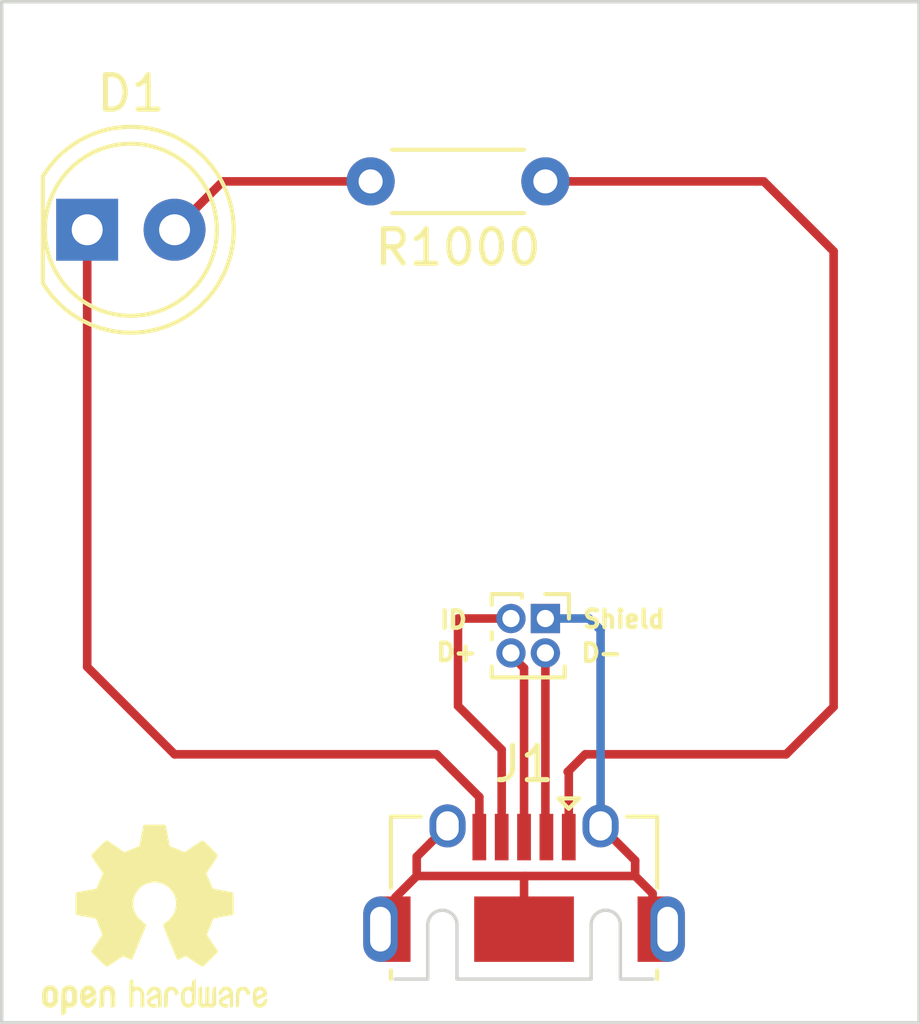
<source format=kicad_pcb>
(kicad_pcb (version 20211014) (generator pcbnew)
  (title_block (title "led with micro usb") (date "2022-07-12") (rev "0"))
  (layers (0 "F.Cu" signal) (31 "B.Cu" signal) (37 "F.SilkS" user "F.Silkscreen") (44 "Edge.Cuts" user))
  (net 0 "")
  (net 1 "GND")
  (net 2 "Net-(D1-Pad2)")
  (net 3 "VCC")
  (net 4 "data negative")
  (net 5 "data positive")
  (net 6 "ID")
  (net 7 "Shiled")
  (footprint "LED_THT:LED_D5.0mm" (layer "F.Cu") (at 64.15 260.485)
    (fp_text reference "D1" (at 1.27 -3.96) (layer "F.SilkS"))
    (fp_text value "LED")
    (fp_line (start -1.29 -1.545) (end -1.29 1.545) (layer "F.SilkS") (width 0.12))
    (fp_arc (start -1.29 -1.54483) (mid 2.072002 -2.880433) (end 4.26 0.000462) (layer "F.SilkS") (width 0.12))
    (fp_arc (start 4.26 -0.000462) (mid 2.072002 2.880433) (end -1.29 1.54483) (layer "F.SilkS") (width 0.12))
    (fp_circle (center 1.27 0) (end 3.77 0) (layer "F.SilkS") (width 0.12) (fill none))
    (pad "1" thru_hole rect (at 0 0) (size 1.8 1.8) (drill 0.9) (layers *.Cu *.Mask) (net 1 "GND"))
    (pad "2" thru_hole circle (at 2.54 0) (size 1.8 1.8) (drill 0.9) (layers *.Cu *.Mask) (net 2 "Net-(D1-Pad2)"))
  )
  (footprint "Resistor_THT:R_Axial_DIN0204_L3.6mm_D1.6mm_P5.08mm_Horizontal" (layer "F.Cu") (at 77.47 259.08 180)
    (fp_text reference "R1000" (at 2.54 -1.92) (layer "F.SilkS"))
    (fp_text value "R_US")
    (fp_line (start 0.62 0.92) (end 4.46 0.92) (layer "F.SilkS") (width 0.12))
    (fp_line (start 0.62 -0.92) (end 4.46 -0.92) (layer "F.SilkS") (width 0.12))
    (pad "1" thru_hole circle (at 0 0 180) (size 1.4 1.4) (drill 0.7) (layers *.Cu *.Mask) (net 3 "VCC"))
    (pad "2" thru_hole oval (at 5.08 0 180) (size 1.4 1.4) (drill 0.7) (layers *.Cu *.Mask) (net 2 "Net-(D1-Pad2)"))
  )
  (footprint "Connector_USB:USB_Micro-AB_Molex_47590-0001" (layer "F.Cu") (at 76.85 280.805)
    (fp_text reference "J1" (at 0 -4.8 -180) (layer "F.SilkS"))
    (fp_text value "USB_B_Micro")
    (fp_line (start 3.87 1.2) (end 3.87 1.45) (layer "F.SilkS") (width 0.12))
    (fp_line (start -3.87 -3.27) (end -3.87 -1.2) (layer "F.SilkS") (width 0.12))
    (fp_line (start -3.87 -3.27) (end -3 -3.27) (layer "F.SilkS") (width 0.12))
    (fp_line (start 1.3 -3.5) (end 1 -3.8) (layer "F.SilkS") (width 0.12))
    (fp_line (start -3.87 1.2) (end -3.87 1.45) (layer "F.SilkS") (width 0.12))
    (fp_line (start 1 -3.8) (end 1.6 -3.8) (layer "F.SilkS") (width 0.12))
    (fp_line (start 1.3 -3.5) (end 1.6 -3.8) (layer "F.SilkS") (width 0.12))
    (fp_line (start 3.87 -3.27) (end 3.87 -1.2) (layer "F.SilkS") (width 0.12))
    (fp_line (start 3 -3.27) (end 3.87 -3.27) (layer "F.SilkS") (width 0.12))
    (fp_line (start -1.95 -0.125) (end -1.95 1.45) (layer "Edge.Cuts") (width 0.1))
    (fp_line (start 2.8 -0.125) (end 2.8 1.45) (layer "Edge.Cuts") (width 0.1))
    (fp_line (start -1.95 1.45) (end 1.95 1.45) (layer "Edge.Cuts") (width 0.1))
    (fp_line (start 2.8 1.45) (end 3.75 1.45) (layer "Edge.Cuts") (width 0.1))
    (fp_line (start -3.75 1.45) (end -2.8 1.45) (layer "Edge.Cuts") (width 0.1))
    (fp_line (start 1.95 -0.125) (end 1.95 1.45) (layer "Edge.Cuts") (width 0.1))
    (fp_line (start -2.8 -0.125) (end -2.8 1.45) (layer "Edge.Cuts") (width 0.1))
    (fp_arc (start 1.95 -0.125) (mid 2.375 -0.55) (end 2.8 -0.125) (layer "Edge.Cuts") (width 0.1))
    (fp_arc (start -2.8 -0.125) (mid -2.375 -0.55) (end -1.95 -0.125) (layer "Edge.Cuts") (width 0.1))
    (pad "1" smd rect (at 1.3 -2.675) (size 0.4 1.35) (layers "F.Cu" "F.Paste" "F.Mask") (net 3 "VCC"))
    (pad "2" smd rect (at 0.65 -2.675) (size 0.4 1.35) (layers "F.Cu" "F.Paste" "F.Mask") (net 4 "data negative"))
    (pad "3" smd rect (at 0 -2.675) (size 0.4 1.35) (layers "F.Cu" "F.Paste" "F.Mask") (net 5 "data positive"))
    (pad "4" smd rect (at -0.65 -2.675) (size 0.4 1.35) (layers "F.Cu" "F.Paste" "F.Mask") (net 6 "ID"))
    (pad "5" smd rect (at -1.3 -2.675) (size 0.4 1.35) (layers "F.Cu" "F.Paste" "F.Mask") (net 1 "GND"))
    (pad "6" thru_hole oval (at -4.175 0) (size 1 1.9) (drill oval 0.6 1.3) (layers *.Cu *.Mask) (net 7 "Shiled"))
    (pad "6" smd rect (at 3.7375 0) (size 0.875 1.9) (layers "F.Cu" "F.Mask") (net 7 "Shiled"))
    (pad "6" smd rect (at 0 0) (size 2.9 1.9) (layers "F.Cu" "F.Paste" "F.Mask") (net 7 "Shiled"))
    (pad "6" thru_hole oval (at -2.225 -3) (size 1.05 1.25) (drill oval 0.65 0.85) (layers *.Cu *.Mask) (net 7 "Shiled"))
    (pad "6" thru_hole oval (at 2.225 -3) (size 1.05 1.25) (drill oval 0.65 0.85) (layers *.Cu *.Mask) (net 7 "Shiled"))
    (pad "6" smd rect (at -3.7375 0) (size 0.875 1.9) (layers "F.Cu" "F.Mask") (net 7 "Shiled"))
    (pad "6" thru_hole oval (at 4.175 0) (size 1 1.9) (drill oval 0.6 1.3) (layers *.Cu *.Mask) (net 7 "Shiled"))
  )
  (footprint "Symbol:OSHW-Logo2_7.3x6mm_SilkScreen" (layer "F.Cu") (at 66.11 280.53017)
    (fp_text reference "REF**" hide)
    (fp_text value "OSHW-Logo2_7.3x6mm_SilkScreen" hide)
    (fp_poly (pts (xy 0.10391 -2.757652) (xy 0.182454 -2.757222) (xy 0.239298 -2.756058) (xy 0.278105 -2.753793) (xy 0.302538 -2.75006) (xy 0.316262 -2.744494) (xy 0.32294 -2.736727) (xy 0.326236 -2.726395) (xy 0.326556 -2.725057) (xy 0.331562 -2.700921) (xy 0.340829 -2.653299) (xy 0.353392 -2.587259) (xy 0.368287 -2.507872) (xy 0.384551 -2.420204) (xy 0.385119 -2.417125) (xy 0.40141 -2.331211) (xy 0.416652 -2.255304) (xy 0.429861 -2.193955) (xy 0.440054 -2.151718) (xy 0.446248 -2.133145) (xy 0.446543 -2.132816) (xy 0.464788 -2.123747) (xy 0.502405 -2.108633) (xy 0.551271 -2.090738) (xy 0.551543 -2.090642) (xy 0.613093 -2.067507) (xy 0.685657 -2.038035) (xy 0.754057 -2.008403) (xy 0.757294 -2.006938) (xy 0.868702 -1.956374) (xy 1.115399 -2.12484) (xy 1.191077 -2.176197) (xy 1.259631 -2.222111) (xy 1.317088 -2.25997) (xy 1.359476 -2.287163) (xy 1.382825 -2.301079) (xy 1.385042 -2.302111) (xy 1.40201 -2.297516) (xy 1.433701 -2.275345) (xy 1.481352 -2.234553) (xy 1.546198 -2.174095) (xy 1.612397 -2.109773) (xy 1.676214 -2.046388) (xy 1.733329 -1.988549) (xy 1.780305 -1.939825) (xy 1.813703 -1.90379) (xy 1.830085 -1.884016) (xy 1.830694 -1.882998) (xy 1.832505 -1.869428) (xy 1.825683 -1.847267) (xy 1.80854 -1.813522) (xy 1.779393 -1.7652) (xy 1.736555 -1.699308) (xy 1.679448 -1.614483) (xy 1.628766 -1.539823) (xy 1.583461 -1.47286) (xy 1.54615 -1.417484) (xy 1.519452 -1.37758) (xy 1.505985 -1.357038) (xy 1.505137 -1.355644) (xy 1.506781 -1.335962) (xy 1.519245 -1.297707) (xy 1.540048 -1.248111) (xy 1.547462 -1.232272) (xy 1.579814 -1.16171) (xy 1.614328 -1.081647) (xy 1.642365 -1.012371) (xy 1.662568 -0.960955) (xy 1.678615 -0.921881) (xy 1.687888 -0.901459) (xy 1.689041 -0.899886) (xy 1.706096 -0.897279) (xy 1.746298 -0.890137) (xy 1.804302 -0.879477) (xy 1.874763 -0.866315) (xy 1.952335 -0.851667) (xy 2.031672 -0.836551) (xy 2.107431 -0.821982) (xy 2.174264 -0.808978) (xy 2.226828 -0.798555) (xy 2.259776 -0.79173) (xy 2.267857 -0.789801) (xy 2.276205 -0.785038) (xy 2.282506 -0.774282) (xy 2.287045 -0.753902) (xy 2.290104 -0.720266) (xy 2.291967 -0.669745) (xy 2.292918 -0.598708) (xy 2.29324 -0.503524) (xy 2.293257 -0.464508) (xy 2.293257 -0.147201) (xy 2.217057 -0.132161) (xy 2.174663 -0.124005) (xy 2.1114 -0.112101) (xy 2.034962 -0.097884) (xy 1.953043 -0.08279) (xy 1.9304 -0.078645) (xy 1.854806 -0.063947) (xy 1.788953 -0.049495) (xy 1.738366 -0.036625) (xy 1.708574 -0.026678) (xy 1.703612 -0.023713) (xy 1.691426 -0.002717) (xy 1.673953 0.037967) (xy 1.654577 0.090322) (xy 1.650734 0.1016) (xy 1.625339 0.171523) (xy 1.593817 0.250418) (xy 1.562969 0.321266) (xy 1.562817 0.321595) (xy 1.511447 0.432733) (xy 1.680399 0.681253) (xy 1.849352 0.929772) (xy 1.632429 1.147058) (xy 1.566819 1.211726) (xy 1.506979 1.268733) (xy 1.456267 1.315033) (xy 1.418046 1.347584) (xy 1.395675 1.363343) (xy 1.392466 1.364343) (xy 1.373626 1.356469) (xy 1.33518 1.334578) (xy 1.28133 1.301267) (xy 1.216276 1.259131) (xy 1.14594 1.211943) (xy 1.074555 1.16381) (xy 1.010908 1.121928) (xy 0.959041 1.088871) (xy 0.922995 1.067218) (xy 0.906867 1.059543) (xy 0.887189 1.066037) (xy 0.849875 1.08315) (xy 0.802621 1.107326) (xy 0.797612 1.110013) (xy 0.733977 1.141927) (xy 0.690341 1.157579) (xy 0.663202 1.157745) (xy 0.649057 1.143204) (xy 0.648975 1.143) (xy 0.641905 1.125779) (xy 0.625042 1.084899) (xy 0.599695 1.023525) (xy 0.567171 0.944819) (xy 0.528778 0.851947) (xy 0.485822 0.748072) (xy 0.444222 0.647502) (xy 0.398504 0.536516) (xy 0.356526 0.433703) (xy 0.319548 0.342215) (xy 0.288827 0.265201) (xy 0.265622 0.205815) (xy 0.25119 0.167209) (xy 0.246743 0.1528) (xy 0.257896 0.136272) (xy 0.287069 0.10993) (xy 0.325971 0.080887) (xy 0.436757 -0.010961) (xy 0.523351 -0.116241) (xy 0.584716 -0.232734) (xy 0.619815 -0.358224) (xy 0.627608 -0.490493) (xy 0.621943 -0.551543) (xy 0.591078 -0.678205) (xy 0.53792 -0.790059) (xy 0.465767 -0.885999) (xy 0.377917 -0.964924) (xy 0.277665 -1.02573) (xy 0.16831 -1.067313) (xy 0.053147 -1.088572) (xy -0.064525 -1.088401) (xy -0.18141 -1.065699) (xy -0.294211 -1.019362) (xy -0.399631 -0.948287) (xy -0.443632 -0.908089) (xy -0.528021 -0.804871) (xy -0.586778 -0.692075) (xy -0.620296 -0.57299) (xy -0.628965 -0.450905) (xy -0.613177 -0.329107) (xy -0.573322 -0.210884) (xy -0.509793 -0.099525) (xy -0.422979 0.001684) (xy -0.325971 0.080887) (xy -0.285563 0.111162) (xy -0.257018 0.137219) (xy -0.246743 0.152825) (xy -0.252123 0.169843) (xy -0.267425 0.2105) (xy -0.291388 0.271642) (xy -0.322756 0.350119) (xy -0.360268 0.44278) (xy -0.402667 0.546472) (xy -0.444337 0.647526) (xy -0.49031 0.758607) (xy -0.532893 0.861541) (xy -0.570779 0.953165) (xy -0.60266 1.030316) (xy -0.627229 1.089831) (xy -0.64318 1.128544) (xy -0.64909 1.143) (xy -0.663052 1.157685) (xy -0.69006 1.157642) (xy -0.733587 1.142099) (xy -0.79711 1.110284) (xy -0.797612 1.110013) (xy -0.84544 1.085323) (xy -0.884103 1.067338) (xy -0.905905 1.059614) (xy -0.906867 1.059543) (xy -0.923279 1.067378) (xy -0.959513 1.089165) (xy -1.011526 1.122328) (xy -1.075275 1.164291) (xy -1.14594 1.211943) (xy -1.217884 1.260191) (xy -1.282726 1.302151) (xy -1.336265 1.335227) (xy -1.374303 1.356821) (xy -1.392467 1.364343) (xy -1.409192 1.354457) (xy -1.44282 1.326826) (xy -1.48999 1.284495) (xy -1.547342 1.230505) (xy -1.611516 1.167899) (xy -1.632503 1.146983) (xy -1.849501 0.929623) (xy -1.684332 0.68722) (xy -1.634136 0.612781) (xy -1.590081 0.545972) (xy -1.554638 0.490665) (xy -1.530281 0.450729) (xy -1.519478 0.430036) (xy -1.519162 0.428563) (xy -1.524857 0.409058) (xy -1.540174 0.369822) (xy -1.562463 0.31743) (xy -1.578107 0.282355) (xy -1.607359 0.215201) (xy -1.634906 0.147358) (xy -1.656263 0.090034) (xy -1.662065 0.072572) (xy -1.678548 0.025938) (xy -1.69466 -0.010095) (xy -1.70351 -0.023713) (xy -1.72304 -0.032048) (xy -1.765666 -0.043863) (xy -1.825855 -0.057819) (xy -1.898078 -0.072578) (xy -1.9304 -0.078645) (xy -2.012478 -0.093727) (xy -2.091205 -0.108331) (xy -2.158891 -0.12102) (xy -2.20784 -0.130358) (xy -2.217057 -0.132161) (xy -2.293257 -0.147201) (xy -2.293257 -0.464508) (xy -2.293086 -0.568846) (xy -2.292384 -0.647787) (xy -2.290866 -0.704962) (xy -2.288251 -0.744001) (xy -2.284254 -0.768535) (xy -2.278591 -0.782195) (xy -2.27098 -0.788611) (xy -2.267857 -0.789801) (xy -2.249022 -0.79402) (xy -2.207412 -0.802438) (xy -2.14837 -0.814039) (xy -2.077243 -0.827805) (xy -1.999375 -0.84272) (xy -1.920113 -0.857768) (xy -1.844802 -0.871931) (xy -1.778787 -0.884194) (xy -1.727413 -0.893539) (xy -1.696025 -0.89895) (xy -1.689041 -0.899886) (xy -1.682715 -0.912404) (xy -1.66871 -0.945754) (xy -1.649645 -0.993623) (xy -1.642366 -1.012371) (xy -1.613004 -1.084805) (xy -1.578429 -1.16483) (xy -1.547463 -1.232272) (xy -1.524677 -1.283841) (xy -1.509518 -1.326215) (xy -1.504458 -1.352166) (xy -1.505264 -1.355644) (xy -1.515959 -1.372064) (xy -1.54038 -1.408583) (xy -1.575905 -1.461313) (xy -1.619913 -1.526365) (xy -1.669783 -1.599849) (xy -1.679644 -1.614355) (xy -1.737508 -1.700296) (xy -1.780044 -1.765739) (xy -1.808946 -1.813696) (xy -1.82591 -1.84718) (xy -1.832633 -1.869205) (xy -1.83081 -1.882783) (xy -1.830764 -1.882869) (xy -1.816414 -1.900703) (xy -1.784677 -1.935183) (xy -1.73899 -1.982732) (xy -1.682796 -2.039778) (xy -1.619532 -2.102745) (xy -1.612398 -2.109773) (xy -1.53267 -2.18698) (xy -1.471143 -2.24367) (xy -1.426579 -2.28089) (xy -1.397743 -2.299685) (xy -1.385042 -2.302111) (xy -1.366506 -2.291529) (xy -1.328039 -2.267084) (xy -1.273614 -2.231388) (xy -1.207202 -2.187053) (xy -1.132775 -2.136689) (xy -1.115399 -2.12484) (xy -0.868703 -1.956374) (xy -0.757294 -2.006938) (xy -0.689543 -2.036405) (xy -0.616817 -2.066041) (xy -0.554297 -2.08967) (xy -0.551543 -2.090642) (xy -0.50264 -2.108543) (xy -0.464943 -2.12368) (xy -0.446575 -2.13279) (xy -0.446544 -2.132816) (xy -0.440715 -2.149283) (xy -0.430808 -2.189781) (xy -0.417805 -2.249758) (xy -0.402691 -2.32466) (xy -0.386448 -2.409936) (xy -0.385119 -2.417125) (xy -0.368825 -2.504986) (xy -0.353867 -2.58474) (xy -0.341209 -2.651319) (xy -0.331814 -2.699653) (xy -0.326646 -2.724675) (xy -0.326556 -2.725057) (xy -0.323411 -2.735701) (xy -0.317296 -2.743738) (xy -0.304547 -2.749533) (xy -0.2815 -2.753453) (xy -0.244491 -2.755865) (xy -0.189856 -2.757135) (xy -0.113933 -2.757629) (xy -0.013056 -2.757714) (xy 0 -2.757714) (xy 0.10391 -2.757652)) (layer "F.SilkS") (width 0.01) (fill solid))
    (fp_poly (pts (xy -2.958885 1.921962) (xy -2.890855 1.957733) (xy -2.840649 2.015301) (xy -2.822815 2.052312) (xy -2.808937 2.107882) (xy -2.801833 2.178096) (xy -2.80116 2.254727) (xy -2.806573 2.329552) (xy -2.81773 2.394342) (xy -2.834286 2.440873) (xy -2.839374 2.448887) (xy -2.899645 2.508707) (xy -2.971231 2.544535) (xy -3.048908 2.55502) (xy -3.127452 2.53881) (xy -3.149311 2.529092) (xy -3.191878 2.499143) (xy -3.229237 2.459433) (xy -3.232768 2.454397) (xy -3.247119 2.430124) (xy -3.256606 2.404178) (xy -3.26221 2.370022) (xy -3.264914 2.321119) (xy -3.265701 2.250935) (xy -3.265714 2.2352) (xy -3.265678 2.230192) (xy -3.120571 2.230192) (xy -3.119727 2.29643) (xy -3.116404 2.340386) (xy -3.109417 2.368779) (xy -3.097584 2.388325) (xy -3.091543 2.394857) (xy -3.056814 2.41968) (xy -3.023097 2.418548) (xy -2.989005 2.397016) (xy -2.968671 2.374029) (xy -2.956629 2.340478) (xy -2.949866 2.287569) (xy -2.949402 2.281399) (xy -2.948248 2.185513) (xy -2.960312 2.114299) (xy -2.98543 2.068194) (xy -3.02344 2.047635) (xy -3.037008 2.046514) (xy -3.072636 2.052152) (xy -3.097006 2.071686) (xy -3.111907 2.109042) (xy -3.119125 2.16815) (xy -3.120571 2.230192) (xy -3.265678 2.230192) (xy -3.265174 2.160413) (xy -3.262904 2.108159) (xy -3.257932 2.071949) (xy -3.249287 2.045299) (xy -3.235995 2.021722) (xy -3.233057 2.017338) (xy -3.183687 1.958249) (xy -3.129891 1.923947) (xy -3.064398 1.910331) (xy -3.042158 1.909665) (xy -2.958885 1.921962)) (layer "F.SilkS") (width 0.01) (fill solid))
    (fp_poly (pts (xy 3.153595 1.966966) (xy 3.211021 2.004497) (xy 3.238719 2.038096) (xy 3.260662 2.099064) (xy 3.262405 2.147308) (xy 3.258457 2.211816) (xy 3.109686 2.276934) (xy 3.037349 2.310202) (xy 2.990084 2.336964) (xy 2.965507 2.360144) (xy 2.961237 2.382667) (xy 2.974889 2.407455) (xy 2.989943 2.423886) (xy 3.033746 2.450235) (xy 3.081389 2.452081) (xy 3.125145 2.431546) (xy 3.157289 2.390752) (xy 3.163038 2.376347) (xy 3.190576 2.331356) (xy 3.222258 2.312182) (xy 3.265714 2.295779) (xy 3.265714 2.357966) (xy 3.261872 2.400283) (xy 3.246823 2.435969) (xy 3.21528 2.476943) (xy 3.210592 2.482267) (xy 3.175506 2.51872) (xy 3.145347 2.538283) (xy 3.107615 2.547283) (xy 3.076335 2.55023) (xy 3.020385 2.550965) (xy 2.980555 2.54166) (xy 2.955708 2.527846) (xy 2.916656 2.497467) (xy 2.889625 2.464613) (xy 2.872517 2.423294) (xy 2.863238 2.367521) (xy 2.859693 2.291305) (xy 2.85941 2.252622) (xy 2.860372 2.206247) (xy 2.948007 2.206247) (xy 2.949023 2.231126) (xy 2.951556 2.2352) (xy 2.968274 2.229665) (xy 3.004249 2.215017) (xy 3.052331 2.19419) (xy 3.062386 2.189714) (xy 3.123152 2.158814) (xy 3.156632 2.131657) (xy 3.16399 2.10622) (xy 3.146391 2.080481) (xy 3.131856 2.069109) (xy 3.07941 2.046364) (xy 3.030322 2.050122) (xy 2.989227 2.077884) (xy 2.960758 2.127152) (xy 2.951631 2.166257) (xy 2.948007 2.206247) (xy 2.860372 2.206247) (xy 2.861285 2.162249) (xy 2.868196 2.095384) (xy 2.881884 2.046695) (xy 2.904096 2.010849) (xy 2.936574 1.982513) (xy 2.950733 1.973355) (xy 3.015053 1.949507) (xy 3.085473 1.948006) (xy 3.153595 1.966966)) (layer "F.SilkS") (width 0.01) (fill solid))
    (fp_poly (pts (xy -1.831697 1.931239) (xy -1.774473 1.969735) (xy -1.730251 2.025335) (xy -1.703833 2.096086) (xy -1.69849 2.148162) (xy -1.699097 2.169893) (xy -1.704178 2.186531) (xy -1.718145 2.201437) (xy -1.745411 2.217973) (xy -1.790388 2.239498) (xy -1.857489 2.269374) (xy -1.857829 2.269524) (xy -1.919593 2.297813) (xy -1.970241 2.322933) (xy -2.004596 2.342179) (xy -2.017482 2.352848) (xy -2.017486 2.352934) (xy -2.006128 2.376166) (xy -1.979569 2.401774) (xy -1.949077 2.420221) (xy -1.93363 2.423886) (xy -1.891485 2.411212) (xy -1.855192 2.379471) (xy -1.837483 2.344572) (xy -1.820448 2.318845) (xy -1.787078 2.289546) (xy -1.747851 2.264235) (xy -1.713244 2.250471) (xy -1.706007 2.249714) (xy -1.697861 2.26216) (xy -1.69737 2.293972) (xy -1.703357 2.336866) (xy -1.714643 2.382558) (xy -1.73005 2.422761) (xy -1.730829 2.424322) (xy -1.777196 2.489062) (xy -1.837289 2.533097) (xy -1.905535 2.554711) (xy -1.976362 2.552185) (xy -2.044196 2.523804) (xy -2.047212 2.521808) (xy -2.100573 2.473448) (xy -2.13566 2.410352) (xy -2.155078 2.327387) (xy -2.157684 2.304078) (xy -2.162299 2.194055) (xy -2.156767 2.142748) (xy -2.017486 2.142748) (xy -2.015676 2.174753) (xy -2.005778 2.184093) (xy -1.981102 2.177105) (xy -1.942205 2.160587) (xy -1.898725 2.139881) (xy -1.897644 2.139333) (xy -1.860791 2.119949) (xy -1.846 2.107013) (xy -1.849647 2.093451) (xy -1.865005 2.075632) (xy -1.904077 2.049845) (xy -1.946154 2.04795) (xy -1.983897 2.066717) (xy -2.009966 2.102915) (xy -2.017486 2.142748) (xy -2.156767 2.142748) (xy -2.152806 2.106027) (xy -2.12845 2.036212) (xy -2.094544 1.987302) (xy -2.033347 1.937878) (xy -1.965937 1.913359) (xy -1.89712 1.911797) (xy -1.831697 1.931239)) (layer "F.SilkS") (width 0.01) (fill solid))
    (fp_poly (pts (xy 0.039744 1.950968) (xy 0.096616 1.972087) (xy 0.097267 1.972493) (xy 0.13244 1.99838) (xy 0.158407 2.028633) (xy 0.17667 2.068058) (xy 0.188732 2.121462) (xy 0.196096 2.193651) (xy 0.200264 2.289432) (xy 0.200629 2.303078) (xy 0.205876 2.508842) (xy 0.161716 2.531678) (xy 0.129763 2.54711) (xy 0.11047 2.554423) (xy 0.109578 2.554514) (xy 0.106239 2.541022) (xy 0.103587 2.504626) (xy 0.101956 2.451452) (xy 0.1016 2.408393) (xy 0.101592 2.338641) (xy 0.098403 2.294837) (xy 0.087288 2.273944) (xy 0.063501 2.272925) (xy 0.022296 2.288741) (xy -0.039914 2.317815) (xy -0.085659 2.341963) (xy -0.109187 2.362913) (xy -0.116104 2.385747) (xy -0.116114 2.386877) (xy -0.104701 2.426212) (xy -0.070908 2.447462) (xy -0.019191 2.450539) (xy 0.018061 2.450006) (xy 0.037703 2.460735) (xy 0.049952 2.486505) (xy 0.057002 2.519337) (xy 0.046842 2.537966) (xy 0.043017 2.540632) (xy 0.007001 2.55134) (xy -0.043434 2.552856) (xy -0.095374 2.545759) (xy -0.132178 2.532788) (xy -0.183062 2.489585) (xy -0.211986 2.429446) (xy -0.217714 2.382462) (xy -0.213343 2.340082) (xy -0.197525 2.305488) (xy -0.166203 2.274763) (xy -0.115322 2.24399) (xy -0.040824 2.209252) (xy -0.036286 2.207288) (xy 0.030821 2.176287) (xy 0.072232 2.150862) (xy 0.089981 2.128014) (xy 0.086107 2.104745) (xy 0.062643 2.078056) (xy 0.055627 2.071914) (xy 0.00863 2.0481) (xy -0.040067 2.049103) (xy -0.082478 2.072451) (xy -0.110616 2.115675) (xy -0.113231 2.12416) (xy -0.138692 2.165308) (xy -0.170999 2.185128) (xy -0.217714 2.20477) (xy -0.217714 2.15395) (xy -0.203504 2.080082) (xy -0.161325 2.012327) (xy -0.139376 1.989661) (xy -0.089483 1.960569) (xy -0.026033 1.9474) (xy 0.039744 1.950968)) (layer "F.SilkS") (width 0.01) (fill solid))
    (fp_poly (pts (xy -2.400256 1.919918) (xy -2.344799 1.947568) (xy -2.295852 1.99848) (xy -2.282371 2.017338) (xy -2.267686 2.042015) (xy -2.258158 2.068816) (xy -2.252707 2.104587) (xy -2.250253 2.156169) (xy -2.249714 2.224267) (xy -2.252148 2.317588) (xy -2.260606 2.387657) (xy -2.276826 2.439931) (xy -2.302546 2.479869) (xy -2.339503 2.512929) (xy -2.342218 2.514886) (xy -2.37864 2.534908) (xy -2.422498 2.544815) (xy -2.478276 2.547257) (xy -2.568952 2.547257) (xy -2.56899 2.635283) (xy -2.569834 2.684308) (xy -2.574976 2.713065) (xy -2.588413 2.730311) (xy -2.614142 2.744808) (xy -2.620321 2.747769) (xy -2.649236 2.761648) (xy -2.671624 2.770414) (xy -2.688271 2.771171) (xy -2.699964 2.761023) (xy -2.70749 2.737073) (xy -2.711634 2.696426) (xy -2.713185 2.636186) (xy -2.712929 2.553455) (xy -2.711651 2.445339) (xy -2.711252 2.413) (xy -2.709815 2.301524) (xy -2.708528 2.228603) (xy -2.569029 2.228603) (xy -2.568245 2.290499) (xy -2.56476 2.330997) (xy -2.556876 2.357708) (xy -2.542895 2.378244) (xy -2.533403 2.38826) (xy -2.494596 2.417567) (xy -2.460237 2.419952) (xy -2.424784 2.39575) (xy -2.423886 2.394857) (xy -2.409461 2.376153) (xy -2.400687 2.350732) (xy -2.396261 2.311584) (xy -2.394882 2.251697) (xy -2.394857 2.23843) (xy -2.398188 2.155901) (xy -2.409031 2.098691) (xy -2.42866 2.063766) (xy -2.45835 2.048094) (xy -2.475509 2.046514) (xy -2.516234 2.053926) (xy -2.544168 2.07833) (xy -2.560983 2.12298) (xy -2.56835 2.19113) (xy -2.569029 2.228603) (xy -2.708528 2.228603) (xy -2.708292 2.215245) (xy -2.706323 2.150333) (xy -2.70355 2.102958) (xy -2.699612 2.06929) (xy -2.694151 2.045498) (xy -2.686808 2.027753) (xy -2.677223 2.012224) (xy -2.673113 2.006381) (xy -2.618595 1.951185) (xy -2.549664 1.91989) (xy -2.469928 1.911165) (xy -2.400256 1.919918)) (layer "F.SilkS") (width 0.01) (fill solid))
    (fp_poly (pts (xy 1.190117 2.065358) (xy 1.189933 2.173837) (xy 1.189219 2.257287) (xy 1.187675 2.319704) (xy 1.185001 2.365085) (xy 1.180894 2.397429) (xy 1.175055 2.420733) (xy 1.167182 2.438995) (xy 1.161221 2.449418) (xy 1.111855 2.505945) (xy 1.049264 2.541377) (xy 0.980013 2.55409) (xy 0.910668 2.542463) (xy 0.869375 2.521568) (xy 0.826025 2.485422) (xy 0.796481 2.441276) (xy 0.778655 2.383462) (xy 0.770463 2.306313) (xy 0.769302 2.249714) (xy 0.769458 2.245647) (xy 0.870857 2.245647) (xy 0.871476 2.31055) (xy 0.874314 2.353514) (xy 0.88084 2.381622) (xy 0.892523 2.401953) (xy 0.906483 2.417288) (xy 0.953365 2.44689) (xy 1.003701 2.449419) (xy 1.051276 2.424705) (xy 1.054979 2.421356) (xy 1.070783 2.403935) (xy 1.080693 2.383209) (xy 1.086058 2.352362) (xy 1.088228 2.304577) (xy 1.088571 2.251748) (xy 1.087827 2.185381) (xy 1.084748 2.141106) (xy 1.078061 2.112009) (xy 1.066496 2.091173) (xy 1.057013 2.080107) (xy 1.01296 2.052198) (xy 0.962224 2.048843) (xy 0.913796 2.070159) (xy 0.90445 2.078073) (xy 0.88854 2.095647) (xy 0.87861 2.116587) (xy 0.873278 2.147782) (xy 0.871163 2.196122) (xy 0.870857 2.245647) (xy 0.769458 2.245647) (xy 0.77281 2.158568) (xy 0.784726 2.090086) (xy 0.807135 2.0386) (xy 0.842124 1.998443) (xy 0.869375 1.977861) (xy 0.918907 1.955625) (xy 0.976316 1.945304) (xy 1.029682 1.948067) (xy 1.059543 1.959212) (xy 1.071261 1.962383) (xy 1.079037 1.950557) (xy 1.084465 1.918866) (xy 1.088571 1.870593) (xy 1.093067 1.816829) (xy 1.099313 1.784482) (xy 1.110676 1.765985) (xy 1.130528 1.75377) (xy 1.143 1.748362) (xy 1.190171 1.728601) (xy 1.190117 2.065358)) (layer "F.SilkS") (width 0.01) (fill solid))
    (fp_poly (pts (xy -0.624114 1.851289) (xy -0.619861 1.910613) (xy -0.614975 1.945572) (xy -0.608205 1.96082) (xy -0.598298 1.961015) (xy -0.595086 1.959195) (xy -0.552356 1.946015) (xy -0.496773 1.946785) (xy -0.440263 1.960333) (xy -0.404918 1.977861) (xy -0.368679 2.005861) (xy -0.342187 2.037549) (xy -0.324001 2.077813) (xy -0.312678 2.131543) (xy -0.306778 2.203626) (xy -0.304857 2.298951) (xy -0.304823 2.317237) (xy -0.3048 2.522646) (xy -0.350509 2.53858) (xy -0.382973 2.54942) (xy -0.400785 2.554468) (xy -0.401309 2.554514) (xy -0.403063 2.540828) (xy -0.404556 2.503076) (xy -0.405674 2.446224) (xy -0.406303 2.375234) (xy -0.4064 2.332073) (xy -0.406602 2.246973) (xy -0.407642 2.185981) (xy -0.410169 2.144177) (xy -0.414836 2.116642) (xy -0.422293 2.098456) (xy -0.433189 2.084698) (xy -0.439993 2.078073) (xy -0.486728 2.051375) (xy -0.537728 2.049375) (xy -0.583999 2.071955) (xy -0.592556 2.080107) (xy -0.605107 2.095436) (xy -0.613812 2.113618) (xy -0.619369 2.139909) (xy -0.622474 2.179562) (xy -0.623824 2.237832) (xy -0.624114 2.318173) (xy -0.624114 2.522646) (xy -0.669823 2.53858) (xy -0.702287 2.54942) (xy -0.720099 2.554468) (xy -0.720623 2.554514) (xy -0.721963 2.540623) (xy -0.723172 2.501439) (xy -0.724199 2.4407) (xy -0.724998 2.362141) (xy -0.725519 2.269498) (xy -0.725714 2.166509) (xy -0.725714 1.769342) (xy -0.678543 1.749444) (xy -0.631371 1.729547) (xy -0.624114 1.851289)) (layer "F.SilkS") (width 0.01) (fill solid))
    (fp_poly (pts (xy 1.779833 1.958663) (xy 1.782048 1.99685) (xy 1.783784 2.054886) (xy 1.784899 2.12818) (xy 1.785257 2.205055) (xy 1.785257 2.465196) (xy 1.739326 2.511127) (xy 1.707675 2.539429) (xy 1.67989 2.550893) (xy 1.641915 2.550168) (xy 1.62684 2.548321) (xy 1.579726 2.542948) (xy 1.540756 2.539869) (xy 1.531257 2.539585) (xy 1.499233 2.541445) (xy 1.453432 2.546114) (xy 1.435674 2.548321) (xy 1.392057 2.551735) (xy 1.362745 2.54432) (xy 1.33368 2.521427) (xy 1.323188 2.511127) (xy 1.277257 2.465196) (xy 1.277257 1.978602) (xy 1.314226 1.961758) (xy 1.346059 1.949282) (xy 1.364683 1.944914) (xy 1.369458 1.958718) (xy 1.373921 1.997286) (xy 1.377775 2.056356) (xy 1.380722 2.131663) (xy 1.382143 2.195286) (xy 1.386114 2.445657) (xy 1.420759 2.450556) (xy 1.452268 2.447131) (xy 1.467708 2.436041) (xy 1.472023 2.415308) (xy 1.475708 2.371145) (xy 1.478469 2.309146) (xy 1.480012 2.234909) (xy 1.480235 2.196706) (xy 1.480457 1.976783) (xy 1.526166 1.960849) (xy 1.558518 1.950015) (xy 1.576115 1.944962) (xy 1.576623 1.944914) (xy 1.578388 1.958648) (xy 1.580329 1.99673) (xy 1.582282 2.054482) (xy 1.584084 2.127227) (xy 1.585343 2.195286) (xy 1.589314 2.445657) (xy 1.6764 2.445657) (xy 1.680396 2.21724) (xy 1.684392 1.988822) (xy 1.726847 1.966868) (xy 1.758192 1.951793) (xy 1.776744 1.944951) (xy 1.777279 1.944914) (xy 1.779833 1.958663)) (layer "F.SilkS") (width 0.01) (fill solid))
    (fp_poly (pts (xy 0.529926 1.949755) (xy 0.595858 1.974084) (xy 0.649273 2.017117) (xy 0.670164 2.047409) (xy 0.692939 2.102994) (xy 0.692466 2.143186) (xy 0.668562 2.170217) (xy 0.659717 2.174813) (xy 0.62153 2.189144) (xy 0.602028 2.185472) (xy 0.595422 2.161407) (xy 0.595086 2.148114) (xy 0.582992 2.09921) (xy 0.551471 2.064999) (xy 0.507659 2.048476) (xy 0.458695 2.052634) (xy 0.418894 2.074227) (xy 0.40545 2.086544) (xy 0.395921 2.101487) (xy 0.389485 2.124075) (xy 0.385317 2.159328) (xy 0.382597 2.212266) (xy 0.380502 2.287907) (xy 0.37996 2.311857) (xy 0.377981 2.39379) (xy 0.375731 2.451455) (xy 0.372357 2.489608) (xy 0.367006 2.513004) (xy 0.358824 2.526398) (xy 0.346959 2.534545) (xy 0.339362 2.538144) (xy 0.307102 2.550452) (xy 0.288111 2.554514) (xy 0.281836 2.540948) (xy 0.278006 2.499934) (xy 0.2766 2.430999) (xy 0.277598 2.333669) (xy 0.277908 2.318657) (xy 0.280101 2.229859) (xy 0.282693 2.165019) (xy 0.286382 2.119067) (xy 0.291864 2.086935) (xy 0.299835 2.063553) (xy 0.310993 2.043852) (xy 0.31683 2.03541) (xy 0.350296 1.998057) (xy 0.387727 1.969003) (xy 0.392309 1.966467) (xy 0.459426 1.946443) (xy 0.529926 1.949755)) (layer "F.SilkS") (width 0.01) (fill solid))
    (fp_poly (pts (xy 2.6526 1.958752) (xy 2.669948 1.966334) (xy 2.711356 1.999128) (xy 2.746765 2.046547) (xy 2.768664 2.097151) (xy 2.772229 2.122098) (xy 2.760279 2.156927) (xy 2.734067 2.175357) (xy 2.705964 2.186516) (xy 2.693095 2.188572) (xy 2.686829 2.173649) (xy 2.674456 2.141175) (xy 2.669028 2.126502) (xy 2.63859 2.075744) (xy 2.59452 2.050427) (xy 2.53801 2.051206) (xy 2.533825 2.052203) (xy 2.503655 2.066507) (xy 2.481476 2.094393) (xy 2.466327 2.139287) (xy 2.45725 2.204615) (xy 2.453286 2.293804) (xy 2.452914 2.341261) (xy 2.45273 2.416071) (xy 2.451522 2.467069) (xy 2.448309 2.499471) (xy 2.442109 2.518495) (xy 2.43194 2.529356) (xy 2.416819 2.537272) (xy 2.415946 2.53767) (xy 2.386828 2.549981) (xy 2.372403 2.554514) (xy 2.370186 2.540809) (xy 2.368289 2.502925) (xy 2.366847 2.445715) (xy 2.365998 2.374027) (xy 2.365829 2.321565) (xy 2.366692 2.220047) (xy 2.37007 2.143032) (xy 2.377142 2.086023) (xy 2.389088 2.044526) (xy 2.40709 2.014043) (xy 2.432327 1.99008) (xy 2.457247 1.973355) (xy 2.517171 1.951097) (xy 2.586911 1.946076) (xy 2.6526 1.958752)) (layer "F.SilkS") (width 0.01) (fill solid))
    (fp_poly (pts (xy -1.283907 1.92778) (xy -1.237328 1.954723) (xy -1.204943 1.981466) (xy -1.181258 2.009484) (xy -1.164941 2.043748) (xy -1.154661 2.089227) (xy -1.149086 2.150892) (xy -1.146884 2.233711) (xy -1.146629 2.293246) (xy -1.146629 2.512391) (xy -1.208314 2.540044) (xy -1.27 2.567697) (xy -1.277257 2.32767) (xy -1.280256 2.238028) (xy -1.283402 2.172962) (xy -1.287299 2.128026) (xy -1.292553 2.09877) (xy -1.299769 2.080748) (xy -1.30955 2.069511) (xy -1.312688 2.067079) (xy -1.360239 2.048083) (xy -1.408303 2.0556) (xy -1.436914 2.075543) (xy -1.448553 2.089675) (xy -1.456609 2.10822) (xy -1.461729 2.136334) (xy -1.464559 2.179173) (xy -1.465744 2.241895) (xy -1.465943 2.307261) (xy -1.465982 2.389268) (xy -1.467386 2.447316) (xy -1.472086 2.486465) (xy -1.482013 2.51178) (xy -1.499097 2.528323) (xy -1.525268 2.541156) (xy -1.560225 2.554491) (xy -1.598404 2.569007) (xy -1.593859 2.311389) (xy -1.592029 2.218519) (xy -1.589888 2.149889) (xy -1.586819 2.100711) (xy -1.582206 2.066198) (xy -1.575432 2.041562) (xy -1.565881 2.022016) (xy -1.554366 2.00477) (xy -1.49881 1.94968) (xy -1.43102 1.917822) (xy -1.357287 1.910191) (xy -1.283907 1.92778)) (layer "F.SilkS") (width 0.01) (fill solid))
    (fp_poly (pts (xy 2.144876 1.956335) (xy 2.186667 1.975344) (xy 2.219469 1.998378) (xy 2.243503 2.024133) (xy 2.260097 2.057358) (xy 2.270577 2.1028) (xy 2.276271 2.165207) (xy 2.278507 2.249327) (xy 2.278743 2.304721) (xy 2.278743 2.520826) (xy 2.241774 2.53767) (xy 2.212656 2.549981) (xy 2.198231 2.554514) (xy 2.195472 2.541025) (xy 2.193282 2.504653) (xy 2.191942 2.451542) (xy 2.191657 2.409372) (xy 2.190434 2.348447) (xy 2.187136 2.300115) (xy 2.182321 2.270518) (xy 2.178496 2.264229) (xy 2.152783 2.270652) (xy 2.112418 2.287125) (xy 2.065679 2.309458) (xy 2.020845 2.333457) (xy 1.986193 2.35493) (xy 1.970002 2.369685) (xy 1.969938 2.369845) (xy 1.97133 2.397152) (xy 1.983818 2.423219) (xy 2.005743 2.444392) (xy 2.037743 2.451474) (xy 2.065092 2.450649) (xy 2.103826 2.450042) (xy 2.124158 2.459116) (xy 2.136369 2.483092) (xy 2.137909 2.487613) (xy 2.143203 2.521806) (xy 2.129047 2.542568) (xy 2.092148 2.552462) (xy 2.052289 2.554292) (xy 1.980562 2.540727) (xy 1.943432 2.521355) (xy 1.897576 2.475845) (xy 1.873256 2.419983) (xy 1.871073 2.360957) (xy 1.891629 2.305953) (xy 1.922549 2.271486) (xy 1.95342 2.252189) (xy 2.001942 2.227759) (xy 2.058485 2.202985) (xy 2.06791 2.199199) (xy 2.130019 2.171791) (xy 2.165822 2.147634) (xy 2.177337 2.123619) (xy 2.16658 2.096635) (xy 2.148114 2.075543) (xy 2.104469 2.049572) (xy 2.056446 2.047624) (xy 2.012406 2.067637) (xy 1.980709 2.107551) (xy 1.976549 2.117848) (xy 1.952327 2.155724) (xy 1.916965 2.183842) (xy 1.872343 2.206917) (xy 1.872343 2.141485) (xy 1.874969 2.101506) (xy 1.88623 2.069997) (xy 1.911199 2.036378) (xy 1.935169 2.010484) (xy 1.972441 1.973817) (xy 2.001401 1.954121) (xy 2.032505 1.94622) (xy 2.067713 1.944914) (xy 2.144876 1.956335)) (layer "F.SilkS") (width 0.01) (fill solid))
  )
  (footprint "Connector_PinHeader_1.00mm:PinHeader_2x02_P1.00mm_Vertical" (layer "F.Cu") (at 77.47 271.78 -90)
    (fp_text reference "J2" hide)
    (fp_text value "Conn_02x02_Top_Bottom")
    (fp_line (start -0.71 -0.685) (end 0 -0.685) (layer "F.SilkS") (width 0.12))
    (fp_line (start 1.71 -0.56) (end 1.71 1.56) (layer "F.SilkS") (width 0.12))
    (fp_line (start 1.394493 -0.56) (end 1.71 -0.56) (layer "F.SilkS") (width 0.12))
    (fp_line (start -0.71 1.56) (end -0.394493 1.56) (layer "F.SilkS") (width 0.12))
    (fp_line (start -0.71 0) (end -0.71 -0.685) (layer "F.SilkS") (width 0.12))
    (fp_line (start 1.394493 1.56) (end 1.71 1.56) (layer "F.SilkS") (width 0.12))
    (fp_line (start -0.71 0.685) (end -0.608276 0.685) (layer "F.SilkS") (width 0.12))
    (fp_line (start -0.71 0.685) (end -0.71 1.56) (layer "F.SilkS") (width 0.12))
    (fp_line (start 0.394493 1.56) (end 0.605507 1.56) (layer "F.SilkS") (width 0.12))
    (pad "1" thru_hole rect (at 0 0 270) (size 0.85 0.85) (drill 0.5) (layers *.Cu *.Mask) (net 7 "Shiled"))
    (pad "2" thru_hole oval (at 1 0 270) (size 0.85 0.85) (drill 0.5) (layers *.Cu *.Mask) (net 4 "data negative"))
    (pad "3" thru_hole oval (at 0 1 270) (size 0.85 0.85) (drill 0.5) (layers *.Cu *.Mask) (net 6 "ID"))
    (pad "4" thru_hole oval (at 1 1 270) (size 0.85 0.85) (drill 0.5) (layers *.Cu *.Mask) (net 5 "data positive"))
  )
  (gr_rect (start 61.665 253.86017) (end 88.335 283.524803) (layer "Edge.Cuts") (width 0.1) (fill none))
  (gr_text "D+" (at 74.892828 272.76151) (layer "F.SilkS") (effects (font (size 0.508 0.508) (thickness 0.127))))
  (gr_text "ID" (at 74.796665 271.819112) (layer "F.SilkS") (effects (font (size 0.508 0.508) (thickness 0.127))))
  (gr_text "D-\n" (at 79.104772 272.780743) (layer "F.SilkS") (effects (font (size 0.508 0.508) (thickness 0.127))))
  (gr_text "Shield\n" (at 79.758681 271.799879) (layer "F.SilkS") (effects (font (size 0.508 0.508) (thickness 0.127))))
  (segment (start 66.69 275.725) (end 64.15 273.185) (width 0.25) (layer "F.Cu") (net 1))
  (segment (start 74.31 275.725) (end 66.69 275.725) (width 0.25) (layer "F.Cu") (net 1))
  (segment (start 64.15 273.185) (end 64.15 260.485) (width 0.25) (layer "F.Cu") (net 1))
  (segment (start 74.31 275.725) (end 75.55 276.965) (width 0.25) (layer "F.Cu") (net 1))
  (segment (start 75.55 276.965) (end 75.55 278.13) (width 0.25) (layer "F.Cu") (net 1))
  (segment (start 72.39 259.08) (end 68.095 259.08) (width 0.25) (layer "F.Cu") (net 2))
  (segment (start 68.095 259.08) (end 66.69 260.485) (width 0.25) (layer "F.Cu") (net 2))
  (segment (start 78.628 275.725) (end 84.47 275.725) (width 0.25) (layer "F.Cu") (net 3))
  (segment (start 78.12 276.233) (end 78.628 275.725) (width 0.25) (layer "F.Cu") (net 3))
  (segment (start 78.15 278.13) (end 78.15 276.263) (width 0.25) (layer "F.Cu") (net 3))
  (segment (start 84.47 275.725) (end 85.850704 274.344296) (width 0.25) (layer "F.Cu") (net 3))
  (segment (start 85.850704 274.344296) (end 85.850704 261.110704) (width 0.25) (layer "F.Cu") (net 3))
  (segment (start 83.82 259.08) (end 85.850704 261.110704) (width 0.25) (layer "F.Cu") (net 3))
  (segment (start 77.47 259.08) (end 83.82 259.08) (width 0.25) (layer "F.Cu") (net 3))
  (segment (start 78.15 276.263) (end 78.12 276.233) (width 0.25) (layer "F.Cu") (net 3))
  (segment (start 77.47 278.1) (end 77.5 278.13) (width 0.25) (layer "F.Cu") (net 4))
  (segment (start 77.47 272.78) (end 77.47 278.1) (width 0.25) (layer "F.Cu") (net 4))
  (segment (start 76.47 272.840661) (end 76.850289 273.22095) (width 0.25) (layer "F.Cu") (net 5))
  (segment (start 76.850289 273.22095) (end 76.85 273.221239) (width 0.25) (layer "F.Cu") (net 5))
  (segment (start 76.47 272.78) (end 76.47 272.840661) (width 0.25) (layer "F.Cu") (net 5))
  (segment (start 76.85 273.221239) (end 76.85 278.13) (width 0.25) (layer "F.Cu") (net 5))
  (segment (start 76.2 278.13) (end 76.2 275.59) (width 0.25) (layer "F.Cu") (net 6))
  (segment (start 74.93 271.78) (end 76.47 271.78) (width 0.25) (layer "F.Cu") (net 6))
  (segment (start 74.93 274.32) (end 74.93 271.78) (width 0.25) (layer "F.Cu") (net 6))
  (segment (start 76.2 275.59) (end 74.93 274.32) (width 0.25) (layer "F.Cu") (net 6))
  (segment (start 74.625 277.805) (end 73.73 278.7) (width 0.25) (layer "F.Cu") (net 7))
  (segment (start 76.879197 279.26017) (end 73.73 279.26017) (width 0.25) (layer "F.Cu") (net 7))
  (segment (start 80.5875 279.76767) (end 80.08 279.26017) (width 0.25) (layer "F.Cu") (net 7))
  (segment (start 73.73 279.26017) (end 73.1125 279.87767) (width 0.25) (layer "F.Cu") (net 7))
  (segment (start 73.73 278.7) (end 73.73 279.26017) (width 0.25) (layer "F.Cu") (net 7))
  (segment (start 80.08 279.26017) (end 76.879197 279.26017) (width 0.25) (layer "F.Cu") (net 7))
  (segment (start 79.075 277.805) (end 80.08 278.81) (width 0.25) (layer "F.Cu") (net 7))
  (segment (start 76.85 279.289367) (end 76.879197 279.26017) (width 0.25) (layer "F.Cu") (net 7))
  (segment (start 80.5875 280.805) (end 80.5875 279.76767) (width 0.25) (layer "F.Cu") (net 7))
  (segment (start 80.08 278.81) (end 80.08 279.26017) (width 0.25) (layer "F.Cu") (net 7))
  (segment (start 73.1125 279.87767) (end 73.1125 280.805) (width 0.25) (layer "F.Cu") (net 7))
  (segment (start 76.85 280.805) (end 76.85 279.289367) (width 0.25) (layer "F.Cu") (net 7))
  (segment (start 78.74 271.78) (end 77.47 271.78) (width 0.25) (layer "B.Cu") (net 7))
  (segment (start 79.075 272.115) (end 78.74 271.78) (width 0.25) (layer "B.Cu") (net 7))
  (segment (start 79.075 277.805) (end 79.075 272.115) (width 0.25) (layer "B.Cu") (net 7))
)
</source>
